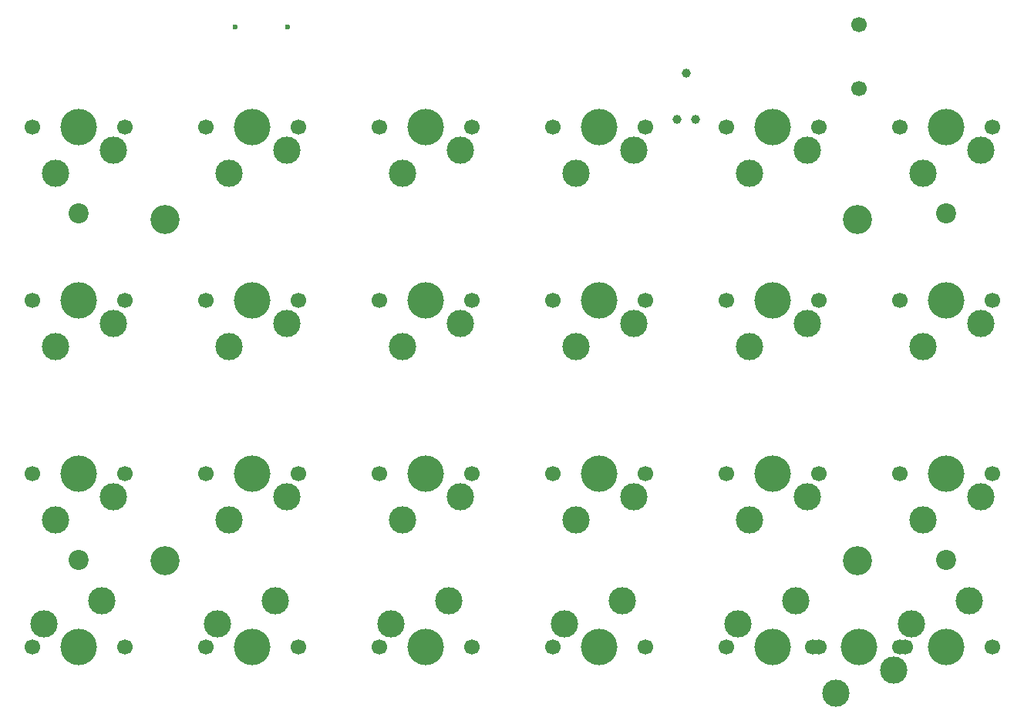
<source format=gbr>
%TF.GenerationSoftware,KiCad,Pcbnew,5.0.2-5.fc29*%
%TF.CreationDate,2019-03-27T11:45:22+01:00*%
%TF.ProjectId,vitamins_included,76697461-6d69-46e7-935f-696e636c7564,rev?*%
%TF.SameCoordinates,Original*%
%TF.FileFunction,NonPlated,1,2,NPTH,Drill*%
%TF.FilePolarity,Positive*%
%FSLAX46Y46*%
G04 Gerber Fmt 4.6, Leading zero omitted, Abs format (unit mm)*
G04 Created by KiCad (PCBNEW 5.0.2-5.fc29) date 2019-03-27T11:45:22 CET*
%MOMM*%
%LPD*%
G01*
G04 APERTURE LIST*
%TA.AperFunction,ComponentDrill*%
%ADD10C,0.600000*%
%TD*%
%TA.AperFunction,ComponentDrill*%
%ADD11C,0.990600*%
%TD*%
%TA.AperFunction,ComponentDrill*%
%ADD12C,1.700000*%
%TD*%
%TA.AperFunction,ComponentDrill*%
%ADD13C,2.200000*%
%TD*%
%TA.AperFunction,ComponentDrill*%
%ADD14C,3.000000*%
%TD*%
%TA.AperFunction,ComponentDrill*%
%ADD15C,3.200000*%
%TD*%
%TA.AperFunction,ComponentDrill*%
%ADD16C,4.000000*%
%TD*%
G04 APERTURE END LIST*
D10*
%TO.C,J9*%
X26710000Y-5830000D03*
X32490000Y-5830000D03*
D11*
%TO.C,J3*%
X75234000Y-16040000D03*
X76250000Y-10960000D03*
X77266000Y-16040000D03*
D12*
%TO.C,SW10*%
X61570000Y-35900000D03*
X71730000Y-35900000D03*
%TO.C,SW22*%
X61570000Y-74000000D03*
X71730000Y-74000000D03*
%TO.C,SW7*%
X4420000Y-35900000D03*
X14580000Y-35900000D03*
%TO.C,SW1*%
X4420000Y-16850000D03*
X14580000Y-16850000D03*
%TO.C,SW9*%
X42520000Y-35900000D03*
X52680000Y-35900000D03*
%TO.C,SW14*%
X23470000Y-54950000D03*
X33630000Y-54950000D03*
%TO.C,SW6*%
X99670000Y-16850000D03*
X109830000Y-16850000D03*
%TO.C,SW11*%
X80620000Y-35900000D03*
X90780000Y-35900000D03*
%TO.C,SW21*%
X42520000Y-74000000D03*
X52680000Y-74000000D03*
%TO.C,SW17*%
X80620000Y-54950000D03*
X90780000Y-54950000D03*
%TO.C,SW16*%
X61570000Y-54950000D03*
X71730000Y-54950000D03*
%TO.C,SW4*%
X61570000Y-16850000D03*
X71730000Y-16850000D03*
%TO.C,P4*%
X95192500Y-5628000D03*
X95192500Y-12628000D03*
%TO.C,SW12*%
X99670000Y-35900000D03*
X109830000Y-35900000D03*
%TO.C,SW23*%
X80620000Y-74000000D03*
X90780000Y-74000000D03*
%TO.C,SW24*%
X99670000Y-74000000D03*
X109830000Y-74000000D03*
%TO.C,SW19*%
X4420000Y-74000000D03*
X14580000Y-74000000D03*
%TO.C,SW2*%
X23470000Y-16850000D03*
X33630000Y-16850000D03*
%TO.C,SW18*%
X99670000Y-54950000D03*
X109830000Y-54950000D03*
%TO.C,SW5*%
X80620000Y-16850000D03*
X90780000Y-16850000D03*
%TO.C,SW13*%
X4420000Y-54950000D03*
X14580000Y-54950000D03*
%TO.C,SW8*%
X23470000Y-35900000D03*
X33630000Y-35900000D03*
%TO.C,SW3*%
X42520000Y-16850000D03*
X52680000Y-16850000D03*
%TO.C,SW24*%
X90145000Y-74000000D03*
X100305000Y-74000000D03*
%TO.C,SW15*%
X42520000Y-54950000D03*
X52680000Y-54950000D03*
%TO.C,SW20*%
X23470000Y-74000000D03*
X33630000Y-74000000D03*
D13*
%TO.C,REF\002A\002A*%
X104750000Y-64475000D03*
X104750000Y-26375000D03*
X9500000Y-26375000D03*
X9500000Y-64475000D03*
D14*
%TO.C,SW14*%
X26010000Y-60030000D03*
X32360000Y-57490000D03*
%TO.C,SW6*%
X102210000Y-21930000D03*
X108560000Y-19390000D03*
%TO.C,SW11*%
X83160000Y-40980000D03*
X89510000Y-38440000D03*
%TO.C,SW21*%
X43790000Y-71460000D03*
X50140000Y-68920000D03*
%TO.C,SW17*%
X83160000Y-60030000D03*
X89510000Y-57490000D03*
%TO.C,SW16*%
X64110000Y-60030000D03*
X70460000Y-57490000D03*
%TO.C,SW4*%
X64110000Y-21930000D03*
X70460000Y-19390000D03*
%TO.C,SW12*%
X102210000Y-40980000D03*
X108560000Y-38440000D03*
%TO.C,SW23*%
X81890000Y-71460000D03*
X88240000Y-68920000D03*
%TO.C,SW24*%
X100940000Y-71460000D03*
X107290000Y-68920000D03*
%TO.C,SW19*%
X5690000Y-71460000D03*
X12040000Y-68920000D03*
%TO.C,SW2*%
X26010000Y-21930000D03*
X32360000Y-19390000D03*
%TO.C,SW18*%
X102210000Y-60030000D03*
X108560000Y-57490000D03*
%TO.C,SW5*%
X83160000Y-21930000D03*
X89510000Y-19390000D03*
%TO.C,SW13*%
X6960000Y-60030000D03*
X13310000Y-57490000D03*
%TO.C,SW8*%
X26010000Y-40980000D03*
X32360000Y-38440000D03*
%TO.C,SW3*%
X45060000Y-21930000D03*
X51410000Y-19390000D03*
%TO.C,SW24*%
X92685000Y-79080000D03*
X99035000Y-76540000D03*
%TO.C,SW15*%
X45060000Y-60030000D03*
X51410000Y-57490000D03*
%TO.C,SW20*%
X24740000Y-71460000D03*
X31090000Y-68920000D03*
%TO.C,SW10*%
X64110000Y-40980000D03*
X70460000Y-38440000D03*
%TO.C,SW22*%
X62840000Y-71460000D03*
X69190000Y-68920000D03*
%TO.C,SW7*%
X6960000Y-40980000D03*
X13310000Y-38440000D03*
%TO.C,SW1*%
X6960000Y-21930000D03*
X13310000Y-19390000D03*
%TO.C,SW9*%
X45060000Y-40980000D03*
X51410000Y-38440000D03*
D15*
%TO.C,REF\002A\002A*%
X19000000Y-64500000D03*
X95000000Y-27000000D03*
X19000000Y-27000000D03*
X95000000Y-64500000D03*
D16*
%TO.C,SW24*%
X95225000Y-74000000D03*
%TO.C,SW15*%
X47600000Y-54950000D03*
%TO.C,SW20*%
X28550000Y-74000000D03*
%TO.C,SW10*%
X66650000Y-35900000D03*
%TO.C,SW22*%
X66650000Y-74000000D03*
%TO.C,SW7*%
X9500000Y-35900000D03*
%TO.C,SW1*%
X9500000Y-16850000D03*
%TO.C,SW9*%
X47600000Y-35900000D03*
%TO.C,SW14*%
X28550000Y-54950000D03*
%TO.C,SW6*%
X104750000Y-16850000D03*
%TO.C,SW11*%
X85700000Y-35900000D03*
%TO.C,SW21*%
X47600000Y-74000000D03*
%TO.C,SW17*%
X85700000Y-54950000D03*
%TO.C,SW16*%
X66650000Y-54950000D03*
%TO.C,SW4*%
X66650000Y-16850000D03*
%TO.C,SW12*%
X104750000Y-35900000D03*
%TO.C,SW23*%
X85700000Y-74000000D03*
%TO.C,SW24*%
X104750000Y-74000000D03*
%TO.C,SW19*%
X9500000Y-74000000D03*
%TO.C,SW2*%
X28550000Y-16850000D03*
%TO.C,SW18*%
X104750000Y-54950000D03*
%TO.C,SW5*%
X85700000Y-16850000D03*
%TO.C,SW13*%
X9500000Y-54950000D03*
%TO.C,SW8*%
X28550000Y-35900000D03*
%TO.C,SW3*%
X47600000Y-16850000D03*
M02*

</source>
